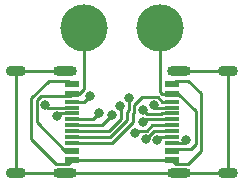
<source format=gbr>
%TF.GenerationSoftware,KiCad,Pcbnew,(5.99.0-2309-gaf729d578)*%
%TF.CreationDate,2020-08-23T01:34:43-04:00*%
%TF.ProjectId,usbpower,75736270-6f77-4657-922e-6b696361645f,rev?*%
%TF.SameCoordinates,Original*%
%TF.FileFunction,Copper,L1,Top*%
%TF.FilePolarity,Positive*%
%FSLAX46Y46*%
G04 Gerber Fmt 4.6, Leading zero omitted, Abs format (unit mm)*
G04 Created by KiCad (PCBNEW (5.99.0-2309-gaf729d578)) date 2020-08-23 01:34:43*
%MOMM*%
%LPD*%
G01*
G04 APERTURE LIST*
%TA.AperFunction,SMDPad,CuDef*%
%ADD10C,4.000000*%
%TD*%
%TA.AperFunction,SMDPad,CuDef*%
%ADD11R,1.160000X0.600000*%
%TD*%
%TA.AperFunction,SMDPad,CuDef*%
%ADD12R,1.160000X0.300000*%
%TD*%
%TA.AperFunction,ComponentPad*%
%ADD13O,1.700000X0.900000*%
%TD*%
%TA.AperFunction,ComponentPad*%
%ADD14O,2.000000X0.900000*%
%TD*%
%TA.AperFunction,ViaPad*%
%ADD15C,0.800000*%
%TD*%
%TA.AperFunction,Conductor*%
%ADD16C,0.250000*%
%TD*%
G04 APERTURE END LIST*
D10*
%TO.P,TP2,1,1*%
%TO.N,Net-(P2-PadA4)*%
X26500000Y-15000000D03*
%TD*%
%TO.P,TP1,1,1*%
%TO.N,Net-(P1-PadA4)*%
X33000000Y-15000000D03*
%TD*%
D11*
%TO.P,P2,A12,GND*%
%TO.N,Net-(P1-PadA1)*%
X25510000Y-26200000D03*
%TO.P,P2,A9,VBUS*%
%TO.N,Net-(P2-PadA4)*%
X25510000Y-25400000D03*
%TO.P,P2,B1,GND*%
%TO.N,Net-(P1-PadA1)*%
X25510000Y-26200000D03*
%TO.P,P2,B4,VBUS*%
%TO.N,Net-(P2-PadA4)*%
X25510000Y-25400000D03*
%TO.P,P2,B12,GND*%
%TO.N,Net-(P1-PadA1)*%
X25510000Y-19800000D03*
%TO.P,P2,A1,GND*%
X25510000Y-19800000D03*
%TO.P,P2,B9,VBUS*%
%TO.N,Net-(P2-PadA4)*%
X25510000Y-20600000D03*
%TO.P,P2,A4,VBUS*%
X25510000Y-20600000D03*
D12*
%TO.P,P2,B5,CC2*%
%TO.N,Net-(P1-PadB5)*%
X25510000Y-24750000D03*
%TO.P,P2,B6,D+*%
%TO.N,Net-(P1-PadB6)*%
X25510000Y-23750000D03*
%TO.P,P2,A8,SBU1*%
%TO.N,Net-(P1-PadA8)*%
X25510000Y-24250000D03*
%TO.P,P2,A5,CC1*%
%TO.N,Net-(P1-PadA5)*%
X25510000Y-21750000D03*
%TO.P,P2,B8,SBU2*%
%TO.N,Net-(P1-PadB8)*%
X25510000Y-21250000D03*
%TO.P,P2,A7,D-*%
%TO.N,Net-(P1-PadA7)*%
X25510000Y-23250000D03*
%TO.P,P2,A6,D+*%
%TO.N,Net-(P1-PadA6)*%
X25510000Y-22750000D03*
%TO.P,P2,B7,D-*%
%TO.N,Net-(P1-PadB7)*%
X25510000Y-22250000D03*
D13*
%TO.P,P2,S1,SHIELD*%
%TO.N,Net-(P1-PadS1)*%
X20760000Y-27320000D03*
X20760000Y-18680000D03*
D14*
X24930000Y-27320000D03*
X24930000Y-18680000D03*
%TD*%
D11*
%TO.P,P1,A12,GND*%
%TO.N,Net-(P1-PadA1)*%
X33990000Y-19800000D03*
%TO.P,P1,A9,VBUS*%
%TO.N,Net-(P1-PadA4)*%
X33990000Y-20600000D03*
%TO.P,P1,B1,GND*%
%TO.N,Net-(P1-PadA1)*%
X33990000Y-19800000D03*
%TO.P,P1,B4,VBUS*%
%TO.N,Net-(P1-PadA4)*%
X33990000Y-20600000D03*
%TO.P,P1,B12,GND*%
%TO.N,Net-(P1-PadA1)*%
X33990000Y-26200000D03*
%TO.P,P1,A1,GND*%
X33990000Y-26200000D03*
%TO.P,P1,B9,VBUS*%
%TO.N,Net-(P1-PadA4)*%
X33990000Y-25400000D03*
%TO.P,P1,A4,VBUS*%
X33990000Y-25400000D03*
D12*
%TO.P,P1,B5,CC2*%
%TO.N,Net-(P1-PadB5)*%
X33990000Y-21250000D03*
%TO.P,P1,B6,D+*%
%TO.N,Net-(P1-PadB6)*%
X33990000Y-22250000D03*
%TO.P,P1,A8,SBU1*%
%TO.N,Net-(P1-PadA8)*%
X33990000Y-21750000D03*
%TO.P,P1,A5,CC1*%
%TO.N,Net-(P1-PadA5)*%
X33990000Y-24250000D03*
%TO.P,P1,B8,SBU2*%
%TO.N,Net-(P1-PadB8)*%
X33990000Y-24750000D03*
%TO.P,P1,A7,D-*%
%TO.N,Net-(P1-PadA7)*%
X33990000Y-22750000D03*
%TO.P,P1,A6,D+*%
%TO.N,Net-(P1-PadA6)*%
X33990000Y-23250000D03*
%TO.P,P1,B7,D-*%
%TO.N,Net-(P1-PadB7)*%
X33990000Y-23750000D03*
D13*
%TO.P,P1,S1,SHIELD*%
%TO.N,Net-(P1-PadS1)*%
X38740000Y-18680000D03*
X38740000Y-27320000D03*
D14*
X34570000Y-18680000D03*
X34570000Y-27320000D03*
%TD*%
D15*
%TO.N,Net-(P1-PadB8)*%
X35154405Y-24535908D03*
X27000000Y-20750000D03*
%TO.N,Net-(P1-PadA5)*%
X23250000Y-21500000D03*
%TO.N,Net-(P1-PadB7)*%
X24225010Y-22475010D03*
%TO.N,Net-(P1-PadA5)*%
X32750000Y-24500000D03*
%TO.N,Net-(P1-PadA7)*%
X31484642Y-22977228D03*
%TO.N,Net-(P1-PadA6)*%
X30881948Y-23935385D03*
%TO.N,Net-(P1-PadB7)*%
X31752638Y-24427240D03*
%TO.N,Net-(P1-PadA6)*%
X27762660Y-22237340D03*
%TO.N,Net-(P1-PadA8)*%
X30315216Y-20938256D03*
%TO.N,Net-(P1-PadB6)*%
X31497096Y-21971593D03*
%TO.N,Net-(P1-PadA7)*%
X28928210Y-22377570D03*
%TO.N,Net-(P1-PadB6)*%
X29597074Y-21634169D03*
%TO.N,Net-(P1-PadA8)*%
X32439833Y-21574979D03*
%TD*%
D16*
%TO.N,Net-(P1-PadA1)*%
X33990000Y-26200000D02*
X25510000Y-26200000D01*
%TO.N,Net-(P1-PadA4)*%
X33990000Y-20600000D02*
X33160000Y-20600000D01*
X33160000Y-20600000D02*
X33000000Y-20440000D01*
X33000000Y-20440000D02*
X33000000Y-15000000D01*
%TO.N,Net-(P2-PadA4)*%
X26500000Y-14750000D02*
X26500000Y-20190000D01*
X26500000Y-20190000D02*
X26090000Y-20600000D01*
X26090000Y-20600000D02*
X25510000Y-20600000D01*
%TO.N,Net-(P1-PadA4)*%
X35975002Y-22045368D02*
X34529634Y-20600000D01*
%TO.N,Net-(P1-PadB8)*%
X33990000Y-24750000D02*
X34940313Y-24750000D01*
%TO.N,Net-(P1-PadA1)*%
X35350001Y-26515001D02*
X34305001Y-26515001D01*
%TO.N,Net-(P1-PadA4)*%
X35562094Y-25260910D02*
X35975002Y-24848002D01*
X34529634Y-20600000D02*
X33990000Y-20600000D01*
%TO.N,Net-(P1-PadA1)*%
X34305001Y-26515001D02*
X33990000Y-26200000D01*
X34305001Y-19484999D02*
X35350001Y-19484999D01*
%TO.N,Net-(P1-PadB8)*%
X26500000Y-21250000D02*
X25510000Y-21250000D01*
%TO.N,Net-(P1-PadA4)*%
X34129090Y-25260910D02*
X35562094Y-25260910D01*
%TO.N,Net-(P1-PadA1)*%
X35350001Y-19484999D02*
X36425013Y-20560011D01*
%TO.N,Net-(P1-PadA4)*%
X33990000Y-25400000D02*
X34129090Y-25260910D01*
%TO.N,Net-(P1-PadB8)*%
X27000000Y-20750000D02*
X26500000Y-21250000D01*
X34940313Y-24750000D02*
X35154405Y-24535908D01*
%TO.N,Net-(P1-PadA1)*%
X36425013Y-25439989D02*
X35350001Y-26515001D01*
X33990000Y-19800000D02*
X34305001Y-19484999D01*
%TO.N,Net-(P1-PadA4)*%
X35975002Y-24848002D02*
X35975002Y-22045368D01*
%TO.N,Net-(P1-PadA1)*%
X36425013Y-20560011D02*
X36425013Y-25439989D01*
X25194999Y-19484999D02*
X25510000Y-19800000D01*
X22074987Y-24439989D02*
X22074987Y-20965598D01*
X24149999Y-26515001D02*
X22074987Y-24439989D01*
X25194999Y-26515001D02*
X24149999Y-26515001D01*
%TO.N,Net-(P1-PadB7)*%
X24450020Y-22250000D02*
X24225010Y-22475010D01*
X25510000Y-22250000D02*
X24450020Y-22250000D01*
%TO.N,Net-(P1-PadA1)*%
X22074987Y-20965598D02*
X23555586Y-19484999D01*
%TO.N,Net-(P1-PadA5)*%
X23500000Y-21750000D02*
X23250000Y-21500000D01*
%TO.N,Net-(P1-PadA1)*%
X23555586Y-19484999D02*
X25194999Y-19484999D01*
%TO.N,Net-(P2-PadA4)*%
X24930000Y-25400000D02*
X25510000Y-25400000D01*
%TO.N,Net-(P1-PadA5)*%
X25510000Y-21750000D02*
X23500000Y-21750000D01*
%TO.N,Net-(P2-PadA4)*%
X25510000Y-20600000D02*
X25335002Y-20774998D01*
X25335002Y-20774998D02*
X22901998Y-20774998D01*
%TO.N,Net-(P1-PadA1)*%
X25510000Y-26200000D02*
X25194999Y-26515001D01*
%TO.N,Net-(P2-PadA4)*%
X22524998Y-21151998D02*
X22524998Y-22994998D01*
X22901998Y-20774998D02*
X22524998Y-21151998D01*
X22524998Y-22994998D02*
X24930000Y-25400000D01*
%TO.N,Net-(P1-PadA5)*%
X32750000Y-24500000D02*
X33000000Y-24250000D01*
%TO.N,Net-(P1-PadA6)*%
X33990000Y-23250000D02*
X32293468Y-23250000D01*
%TO.N,Net-(P1-PadA7)*%
X31711870Y-22750000D02*
X31484642Y-22977228D01*
%TO.N,Net-(P1-PadA6)*%
X32293468Y-23250000D02*
X31841230Y-23702238D01*
%TO.N,Net-(P1-PadA7)*%
X33990000Y-22750000D02*
X31711870Y-22750000D01*
%TO.N,Net-(P1-PadA6)*%
X31841230Y-23702238D02*
X31115095Y-23702238D01*
%TO.N,Net-(P1-PadB7)*%
X33990000Y-23750000D02*
X32429878Y-23750000D01*
X32429878Y-23750000D02*
X31752638Y-24427240D01*
%TO.N,Net-(P1-PadA6)*%
X31115095Y-23702238D02*
X30881948Y-23935385D01*
%TO.N,Net-(P1-PadA5)*%
X33000000Y-24250000D02*
X33990000Y-24250000D01*
%TO.N,Net-(P1-PadB5)*%
X30772086Y-21554390D02*
X31476498Y-20849978D01*
%TO.N,Net-(P1-PadA8)*%
X30322075Y-20945115D02*
X30315216Y-20938256D01*
%TO.N,Net-(P1-PadB6)*%
X33990000Y-22250000D02*
X33113589Y-22250000D01*
%TO.N,Net-(P1-PadB5)*%
X25510000Y-24750000D02*
X28901604Y-24750000D01*
X30653984Y-22286672D02*
X30772086Y-22168570D01*
%TO.N,Net-(P1-PadA8)*%
X28765193Y-24250000D02*
X30203973Y-22811220D01*
%TO.N,Net-(P1-PadA6)*%
X25510000Y-22750000D02*
X27250000Y-22750000D01*
%TO.N,Net-(P1-PadB6)*%
X28628782Y-23750000D02*
X29653211Y-22725571D01*
X29653211Y-21690306D02*
X29597074Y-21634169D01*
X25510000Y-23750000D02*
X28628782Y-23750000D01*
X33063600Y-22299989D02*
X31825492Y-22299989D01*
%TO.N,Net-(P1-PadB5)*%
X32764812Y-20849978D02*
X33164834Y-21250000D01*
%TO.N,Net-(P1-PadA8)*%
X30322075Y-21982170D02*
X30322075Y-20945115D01*
%TO.N,Net-(P1-PadB5)*%
X28901604Y-24750000D02*
X30653984Y-22997620D01*
%TO.N,Net-(P1-PadA8)*%
X25510000Y-24250000D02*
X28765193Y-24250000D01*
%TO.N,Net-(P1-PadB6)*%
X31825492Y-22299989D02*
X31497096Y-21971593D01*
%TO.N,Net-(P1-PadB5)*%
X30772086Y-22168570D02*
X30772086Y-21554390D01*
%TO.N,Net-(P1-PadB6)*%
X33113589Y-22250000D02*
X33063600Y-22299989D01*
%TO.N,Net-(P1-PadB5)*%
X30653984Y-22997620D02*
X30653984Y-22286672D01*
X33164834Y-21250000D02*
X33990000Y-21250000D01*
%TO.N,Net-(P1-PadB6)*%
X29653211Y-22725571D02*
X29653211Y-21690306D01*
%TO.N,Net-(P1-PadA8)*%
X30203973Y-22811220D02*
X30203973Y-22100272D01*
%TO.N,Net-(P1-PadA7)*%
X28055780Y-23250000D02*
X28928210Y-22377570D01*
%TO.N,Net-(P1-PadA8)*%
X30203973Y-22100272D02*
X30322075Y-21982170D01*
%TO.N,Net-(P1-PadA7)*%
X25510000Y-23250000D02*
X28055780Y-23250000D01*
%TO.N,Net-(P1-PadB5)*%
X31476498Y-20849978D02*
X32764812Y-20849978D01*
%TO.N,Net-(P1-PadA6)*%
X27250000Y-22750000D02*
X27762660Y-22237340D01*
%TO.N,Net-(P1-PadA8)*%
X33990000Y-21750000D02*
X32614854Y-21750000D01*
X32614854Y-21750000D02*
X32439833Y-21574979D01*
%TO.N,Net-(P1-PadS1)*%
X20760000Y-18680000D02*
X24930000Y-18680000D01*
X20760000Y-27320000D02*
X20760000Y-18680000D01*
X24930000Y-27320000D02*
X20760000Y-27320000D01*
X34570000Y-27320000D02*
X24930000Y-27320000D01*
X34570000Y-18680000D02*
X38740000Y-18680000D01*
X38740000Y-18680000D02*
X38740000Y-27320000D01*
X34570000Y-27320000D02*
X38740000Y-27320000D01*
%TD*%
M02*

</source>
